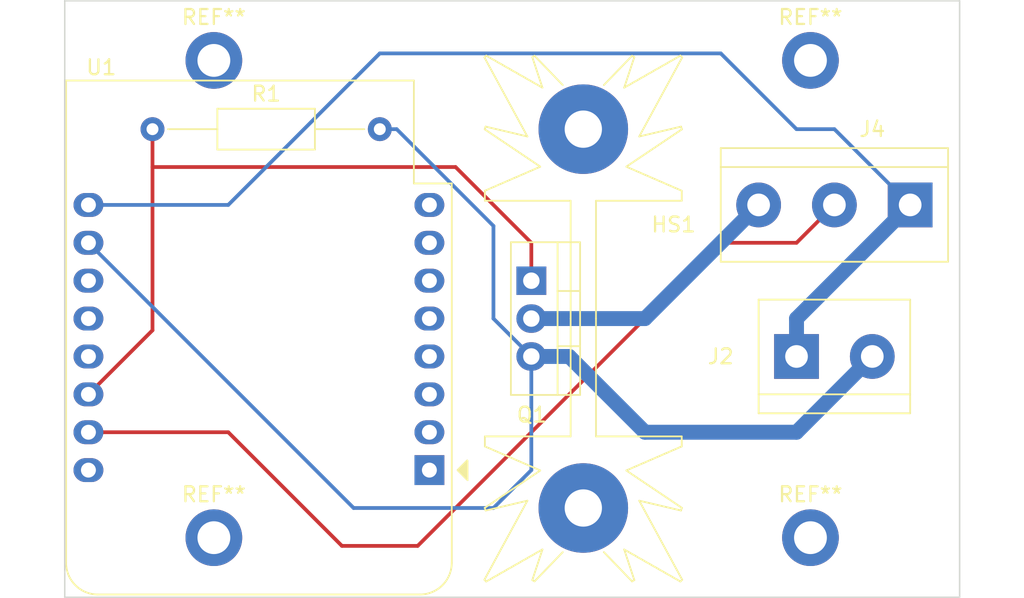
<source format=kicad_pcb>
(kicad_pcb (version 20221018) (generator pcbnew)
  (layers (0 "F.Cu" signal) (31 "B.Cu" signal) (34 "B.Paste" user) (35 "F.Paste" user) (36 "B.SilkS" user "B.Silkscreen") (37 "F.SilkS" user "F.Silkscreen") (38 "B.Mask" user) (39 "F.Mask" user) (44 "Edge.Cuts" user))
  (net 0 "")
  (net 1 "GND")
  (net 2 "+5V")
  (net 3 "Net-(Q1-G)")
  (net 15 "Net-(J4-Pin_2)")
  (net 16 "Net-(J4-Pin_3)")
  (footprint "MountingHole:MountingHole_2.2mm_M2_DIN965_Pad" (layer "F.Cu") (at 100 82)
    (fp_text reference "REF**" (at 0 -2.9) (layer "F.SilkS"))
    (fp_text value "MountingHole_2.2mm_M2_DIN965_Pad")
    (pad "1" thru_hole circle locked (at 0 0) (size 3.8 3.8) (drill 2.2) (layers "*.Cu" "*.Mask"))
  )
  (footprint "MountingHole:MountingHole_2.2mm_M2_DIN965_Pad" (layer "F.Cu") (at 100 50)
    (fp_text reference "REF**" (at 0 -2.9) (layer "F.SilkS"))
    (fp_text value "MountingHole_2.2mm_M2_DIN965_Pad")
    (pad "1" thru_hole circle locked (at 0 0) (size 3.8 3.8) (drill 2.2) (layers "*.Cu" "*.Mask"))
  )
  (footprint "TerminalBlock:TerminalBlock_bornier-3_P5.08mm" (layer "F.Cu") (at 146.685 59.69 180)
    (fp_text reference "J4" (at 2.54 5.08) (layer "F.SilkS"))
    (fp_text value "Screw_Terminal_01x03")
    (fp_line (start -2.54 -3.81) (end 12.7 -3.81) (stroke (width 0.12)) (layer "F.SilkS"))
    (fp_line (start -2.54 2.54) (end 12.7 2.54) (stroke (width 0.12)) (layer "F.SilkS"))
    (fp_line (start -2.54 3.81) (end -2.54 -3.81) (stroke (width 0.12)) (layer "F.SilkS"))
    (fp_line (start -2.54 3.81) (end 12.7 3.81) (stroke (width 0.12)) (layer "F.SilkS"))
    (fp_line (start 12.7 3.81) (end 12.7 -3.81) (stroke (width 0.12)) (layer "F.SilkS"))
    (pad "1" thru_hole rect (at 0 0 180) (size 3 3) (drill 1.52) (layers "*.Cu" "*.Mask") (net 2 "+5V"))
    (pad "2" thru_hole circle (at 5.08 0 180) (size 3 3) (drill 1.52) (layers "*.Cu" "*.Mask") (net 15 "Net-(J4-Pin_2)"))
    (pad "3" thru_hole circle (at 10.16 0 180) (size 3 3) (drill 1.52) (layers "*.Cu" "*.Mask") (net 16 "Net-(J4-Pin_3)"))
  )
  (footprint "Resistor_THT:R_Axial_DIN0207_L6.3mm_D2.5mm_P15.24mm_Horizontal" (layer "F.Cu") (at 95.885 54.61)
    (fp_text reference "R1" (at 7.62 -2.37) (layer "F.SilkS"))
    (fp_text value "10KΩ")
    (fp_line (start 1.04 0) (end 4.35 0) (stroke (width 0.12)) (layer "F.SilkS"))
    (fp_line (start 4.35 -1.37) (end 4.35 1.37) (stroke (width 0.12)) (layer "F.SilkS"))
    (fp_line (start 4.35 1.37) (end 10.89 1.37) (stroke (width 0.12)) (layer "F.SilkS"))
    (fp_line (start 10.89 -1.37) (end 4.35 -1.37) (stroke (width 0.12)) (layer "F.SilkS"))
    (fp_line (start 10.89 1.37) (end 10.89 -1.37) (stroke (width 0.12)) (layer "F.SilkS"))
    (fp_line (start 14.2 0) (end 10.89 0) (stroke (width 0.12)) (layer "F.SilkS"))
    (pad "1" thru_hole circle (at 0 0) (size 1.6 1.6) (drill 0.8) (layers "*.Cu" "*.Mask") (net 3 "Net-(Q1-G)"))
    (pad "2" thru_hole oval (at 15.24 0) (size 1.6 1.6) (drill 0.8) (layers "*.Cu" "*.Mask") (net 1 "GND"))
  )
  (footprint "MountingHole:MountingHole_2.2mm_M2_DIN965_Pad" (layer "F.Cu") (at 140 50)
    (fp_text reference "REF**" (at 0 -2.9) (layer "F.SilkS"))
    (fp_text value "MountingHole_2.2mm_M2_DIN965_Pad")
    (pad "1" thru_hole circle locked (at 0 0) (size 3.8 3.8) (drill 2.2) (layers "*.Cu" "*.Mask"))
  )
  (footprint "Heatsink:Heatsink_Fischer_SK104-STC-STIC_35x13mm_2xDrill2.5mm" (layer "F.Cu") (at 124.77 67.31 -90)
    (fp_text reference "HS1" (at -6.3 -6.05) (layer "F.SilkS"))
    (fp_text value "Heatsink")
    (fp_line (start -17.63 -6.51) (end -15.48 -2.74) (stroke (width 0.12)) (layer "F.SilkS"))
    (fp_line (start -17.63 6.51) (end -15.48 2.74) (stroke (width 0.12)) (layer "F.SilkS"))
    (fp_line (start -17.62 -3.27) (end -15.66 -1.38) (stroke (width 0.12)) (layer "F.SilkS"))
    (fp_line (start -17.62 3.27) (end -15.66 1.38) (stroke (width 0.12)) (layer "F.SilkS"))
    (fp_line (start -17.53 -3.42) (end -17.62 -3.27) (stroke (width 0.12)) (layer "F.SilkS"))
    (fp_line (start -17.53 3.42) (end -17.62 3.27) (stroke (width 0.12)) (layer "F.SilkS"))
    (fp_line (start -17.51 -6.63) (end -17.63 -6.51) (stroke (width 0.12)) (layer "F.SilkS"))
    (fp_line (start -17.51 6.63) (end -17.63 6.51) (stroke (width 0.12)) (layer "F.SilkS"))
    (fp_line (start -15.48 -2.74) (end -17.53 -3.42) (stroke (width 0.12)) (layer "F.SilkS"))
    (fp_line (start -15.48 2.74) (end -17.53 3.42) (stroke (width 0.12)) (layer "F.SilkS"))
    (fp_line (start -12.87 -6.55) (end -12.21 -3.75) (stroke (width 0.12)) (layer "F.SilkS"))
    (fp_line (start -12.87 6.55) (end -12.21 3.75) (stroke (width 0.12)) (layer "F.SilkS"))
    (fp_line (start -12.69 -6.61) (end -12.87 -6.55) (stroke (width 0.12)) (layer "F.SilkS"))
    (fp_line (start -12.69 6.61) (end -12.87 6.55) (stroke (width 0.12)) (layer "F.SilkS"))
    (fp_line (start -12.21 -3.75) (end -17.51 -6.63) (stroke (width 0.12)) (layer "F.SilkS"))
    (fp_line (start -12.21 3.75) (end -17.51 6.63) (stroke (width 0.12)) (layer "F.SilkS"))
    (fp_line (start -10.19 -2.89) (end -12.69 -6.61) (stroke (width 0.12)) (layer "F.SilkS"))
    (fp_line (start -10.19 2.89) (end -12.69 6.61) (stroke (width 0.12)) (layer "F.SilkS"))
    (fp_line (start -8.57 -6.6) (end -10.18 -2.89) (stroke (width 0.12)) (layer "F.SilkS"))
    (fp_line (start -8.57 6.6) (end -10.18 2.89) (stroke (width 0.12)) (layer "F.SilkS"))
    (fp_line (start -7.9 -6.6) (end -8.57 -6.6) (stroke (width 0.12)) (layer "F.SilkS"))
    (fp_line (start -7.9 -0.85) (end -7.9 -6.6) (stroke (width 0.12)) (layer "F.SilkS"))
    (fp_line (start -7.9 0.85) (end -7.9 6.6) (stroke (width 0.12)) (layer "F.SilkS"))
    (fp_line (start -7.9 6.6) (end -8.57 6.6) (stroke (width 0.12)) (layer "F.SilkS"))
    (fp_line (start 0 -0.85) (end -7.9 -0.85) (stroke (width 0.12)) (layer "F.SilkS"))
    (fp_line (start 0 -0.85) (end 7.9 -0.85) (stroke (width 0.12)) (layer "F.SilkS"))
    (fp_line (start 0 0.85) (end -7.9 0.85) (stroke (width 0.12)) (layer "F.SilkS"))
    (fp_line (start 0 0.85) (end 7.9 0.85) (stroke (width 0.12)) (layer "F.SilkS"))
    (fp_line (start 7.9 -6.6) (end 8.57 -6.6) (stroke (width 0.12)) (layer "F.SilkS"))
    (fp_line (start 7.9 -0.85) (end 7.9 -6.6) (stroke (width 0.12)) (layer "F.SilkS"))
    (fp_line (start 7.9 0.85) (end 7.9 6.6) (stroke (width 0.12)) (layer "F.SilkS"))
    (fp_line (start 7.9 6.6) (end 8.57 6.6) (stroke (width 0.12)) (layer "F.SilkS"))
    (fp_line (start 8.57 -6.6) (end 10.18 -2.89) (stroke (width 0.12)) (layer "F.SilkS"))
    (fp_line (start 8.57 6.6) (end 10.18 2.89) (stroke (width 0.12)) (layer "F.SilkS"))
    (fp_line (start 10.19 -2.89) (end 12.69 -6.61) (stroke (width 0.12)) (layer "F.SilkS"))
    (fp_line (start 10.19 2.89) (end 12.69 6.61) (stroke (width 0.12)) (layer "F.SilkS"))
    (fp_line (start 12.21 -3.75) (end 17.51 -6.63) (stroke (width 0.12)) (layer "F.SilkS"))
    (fp_line (start 12.21 3.75) (end 17.51 6.63) (stroke (width 0.12)) (layer "F.SilkS"))
    (fp_line (start 12.69 -6.61) (end 12.87 -6.55) (stroke (width 0.12)) (layer "F.SilkS"))
    (fp_line (start 12.69 6.61) (end 12.87 6.55) (stroke (width 0.12)) (layer "F.SilkS"))
    (fp_line (start 12.87 -6.55) (end 12.21 -3.75) (stroke (width 0.12)) (layer "F.SilkS"))
    (fp_line (start 12.87 6.55) (end 12.21 3.75) (stroke (width 0.12)) (layer "F.SilkS"))
    (fp_line (start 15.48 -2.74) (end 17.53 -3.42) (stroke (width 0.12)) (layer "F.SilkS"))
    (fp_line (start 15.48 2.74) (end 17.53 3.42) (stroke (width 0.12)) (layer "F.SilkS"))
    (fp_line (start 17.51 -6.63) (end 17.63 -6.51) (stroke (width 0.12)) (layer "F.SilkS"))
    (fp_line (start 17.51 6.63) (end 17.63 6.51) (stroke (width 0.12)) (layer "F.SilkS"))
    (fp_line (start 17.53 -3.42) (end 17.62 -3.27) (stroke (width 0.12)) (layer "F.SilkS"))
    (fp_line (start 17.53 3.42) (end 17.62 3.27) (stroke (width 0.12)) (layer "F.SilkS"))
    (fp_line (start 17.62 -3.27) (end 15.66 -1.38) (stroke (width 0.12)) (layer "F.SilkS"))
    (fp_line (start 17.62 3.27) (end 15.66 1.38) (stroke (width 0.12)) (layer "F.SilkS"))
    (fp_line (start 17.63 -6.51) (end 15.48 -2.74) (stroke (width 0.12)) (layer "F.SilkS"))
    (fp_line (start 17.63 6.51) (end 15.48 2.74) (stroke (width 0.12)) (layer "F.SilkS"))
    (pad "1" thru_hole circle (at -12.7 0 90) (size 6 6) (drill 2.5) (layers "*.Cu" "*.Mask"))
    (pad "1" thru_hole circle (at 12.7 0 270) (size 6 6) (drill 2.5) (layers "*.Cu" "*.Mask"))
  )
  (footprint "Module:WEMOS_D1_mini_light" (layer "F.Cu") (at 114.45 77.47 180)
    (fp_text reference "U1" (at 22 27) (layer "F.SilkS"))
    (fp_text value "WeMos_D1_mini")
    (fp_line (start -1.5 19.22) (end -1.5 -6.21) (stroke (width 0.12)) (layer "F.SilkS"))
    (fp_line (start -1.5 19.22) (end 1.04 19.22) (stroke (width 0.12)) (layer "F.SilkS"))
    (fp_line (start 1.04 19.22) (end 1.04 26.12) (stroke (width 0.12)) (layer "F.SilkS"))
    (fp_line (start 1.04 26.12) (end 24.36 26.12) (stroke (width 0.12)) (layer "F.SilkS"))
    (fp_line (start 22.24 -8.34) (end 0.63 -8.34) (stroke (width 0.12)) (layer "F.SilkS"))
    (fp_line (start 24.36 26.12) (end 24.36 -6.21) (stroke (width 0.12)) (layer "F.SilkS"))
    (fp_arc (start -1.5 -6.21) (mid -0.876137 -7.716137) (end 0.63 -8.34) (stroke (width 0.12)) (layer "F.SilkS"))
    (fp_arc (start 22.23 -8.34) (mid 23.736137 -7.716137) (end 24.36 -6.21) (stroke (width 0.12)) (layer "F.SilkS"))
    (fp_poly (pts (xy -2.54 -0.635) (xy -2.54 0.635) (xy -1.905 0)) (stroke (width 0.15)) (fill solid) (layer "F.SilkS"))
    (pad "1" thru_hole rect (at 0 0 180) (size 2 2) (drill 1) (layers "*.Cu" "*.Mask"))
    (pad "2" thru_hole oval (at 0 2.54 180) (size 2 1.6) (drill 1) (layers "*.Cu" "*.Mask"))
    (pad "3" thru_hole oval (at 0 5.08 180) (size 2 1.6) (drill 1) (layers "*.Cu" "*.Mask"))
    (pad "4" thru_hole oval (at 0 7.62 180) (size 2 1.6) (drill 1) (layers "*.Cu" "*.Mask"))
    (pad "5" thru_hole oval (at 0 10.16 180) (size 2 1.6) (drill 1) (layers "*.Cu" "*.Mask"))
    (pad "6" thru_hole oval (at 0 12.7 180) (size 2 1.6) (drill 1) (layers "*.Cu" "*.Mask"))
    (pad "7" thru_hole oval (at 0 15.24 180) (size 2 1.6) (drill 1) (layers "*.Cu" "*.Mask"))
    (pad "8" thru_hole oval (at 0 17.78 180) (size 2 1.6) (drill 1) (layers "*.Cu" "*.Mask"))
    (pad "9" thru_hole oval (at 22.86 17.78 180) (size 2 1.6) (drill 1) (layers "*.Cu" "*.Mask") (net 2 "+5V"))
    (pad "10" thru_hole oval (at 22.86 15.24 180) (size 2 1.6) (drill 1) (layers "*.Cu" "*.Mask") (net 1 "GND"))
    (pad "11" thru_hole oval (at 22.86 12.7 180) (size 2 1.6) (drill 1) (layers "*.Cu" "*.Mask"))
    (pad "12" thru_hole oval (at 22.86 10.16 180) (size 2 1.6) (drill 1) (layers "*.Cu" "*.Mask"))
    (pad "13" thru_hole oval (at 22.86 7.62 180) (size 2 1.6) (drill 1) (layers "*.Cu" "*.Mask"))
    (pad "14" thru_hole oval (at 22.86 5.08 180) (size 2 1.6) (drill 1) (layers "*.Cu" "*.Mask") (net 3 "Net-(Q1-G)"))
    (pad "15" thru_hole oval (at 22.86 2.54 180) (size 2 1.6) (drill 1) (layers "*.Cu" "*.Mask") (net 15 "Net-(J4-Pin_2)"))
    (pad "16" thru_hole oval (at 22.86 0 180) (size 2 1.6) (drill 1) (layers "*.Cu" "*.Mask"))
  )
  (footprint "Package_TO_SOT_THT:TO-220-3_Vertical" (layer "F.Cu") (at 121.285 64.77 -90)
    (fp_text reference "Q1" (at 8.99 -0.035 180) (layer "F.SilkS"))
    (fp_text value "IRLZ44N")
    (fp_line (start -2.58 -3.27) (end -2.58 1.371) (stroke (width 0.12)) (layer "F.SilkS"))
    (fp_line (start -2.58 -3.27) (end 7.66 -3.27) (stroke (width 0.12)) (layer "F.SilkS"))
    (fp_line (start -2.58 -1.76) (end 7.66 -1.76) (stroke (width 0.12)) (layer "F.SilkS"))
    (fp_line (start -2.58 1.371) (end 7.66 1.371) (stroke (width 0.12)) (layer "F.SilkS"))
    (fp_line (start 0.69 -3.27) (end 0.69 -1.76) (stroke (width 0.12)) (layer "F.SilkS"))
    (fp_line (start 4.391 -3.27) (end 4.391 -1.76) (stroke (width 0.12)) (layer "F.SilkS"))
    (fp_line (start 7.66 -3.27) (end 7.66 1.371) (stroke (width 0.12)) (layer "F.SilkS"))
    (pad "1" thru_hole rect (at 0 0 270) (size 1.905 2) (drill 1.1) (layers "*.Cu" "*.Mask") (net 3 "Net-(Q1-G)"))
    (pad "2" thru_hole oval (at 2.54 0 270) (size 1.905 2) (drill 1.1) (layers "*.Cu" "*.Mask") (net 16 "Net-(J4-Pin_3)"))
    (pad "3" thru_hole oval (at 5.08 0 270) (size 1.905 2) (drill 1.1) (layers "*.Cu" "*.Mask") (net 1 "GND"))
  )
  (footprint "TerminalBlock:TerminalBlock_bornier-2_P5.08mm" (layer "F.Cu") (at 139.065 69.85)
    (fp_text reference "J2" (at -5.08 0) (layer "F.SilkS"))
    (fp_text value "Screw_Terminal_01x02")
    (fp_line (start -2.54 -3.81) (end -2.54 3.81) (stroke (width 0.12)) (layer "F.SilkS"))
    (fp_line (start -2.54 3.81) (end 7.62 3.81) (stroke (width 0.12)) (layer "F.SilkS"))
    (fp_line (start 7.62 -3.81) (end -2.54 -3.81) (stroke (width 0.12)) (layer "F.SilkS"))
    (fp_line (start 7.62 2.54) (end -2.54 2.54) (stroke (width 0.12)) (layer "F.SilkS"))
    (fp_line (start 7.62 3.81) (end 7.62 -3.81) (stroke (width 0.12)) (layer "F.SilkS"))
    (pad "1" thru_hole rect (at 0 0) (size 3 3) (drill 1.52) (layers "*.Cu" "*.Mask") (net 2 "+5V"))
    (pad "2" thru_hole circle (at 5.08 0) (size 3 3) (drill 1.52) (layers "*.Cu" "*.Mask") (net 1 "GND"))
  )
  (footprint "MountingHole:MountingHole_2.2mm_M2_DIN965_Pad" (layer "F.Cu") (at 140 82)
    (fp_text reference "REF**" (at 0 -2.9) (layer "F.SilkS"))
    (fp_text value "MountingHole_2.2mm_M2_DIN965_Pad")
    (pad "1" thru_hole circle locked (at 0 0) (size 3.8 3.8) (drill 2.2) (layers "*.Cu" "*.Mask"))
  )
  (gr_rect locked (start 90 46) (end 150 86) (stroke (width 0.1)) (fill none) (layer "Edge.Cuts"))
  (segment (start 111.125 54.61) (end 112.25637 54.61) (width 0.25) (layer "B.Cu") (net 1))
  (segment (start 118.745 67.31) (end 121.285 69.85) (width 0.25) (layer "B.Cu") (net 1))
  (segment (start 128.905 74.93) (end 123.825 69.85) (width 1) (layer "B.Cu") (net 1))
  (segment (start 139.065 74.93) (end 128.905 74.93) (width 1) (layer "B.Cu") (net 1))
  (segment (start 118.745 80.01) (end 109.37 80.01) (width 0.25) (layer "B.Cu") (net 1))
  (segment (start 109.37 80.01) (end 91.59 62.23) (width 0.25) (layer "B.Cu") (net 1))
  (segment (start 121.285 77.47) (end 118.745 80.01) (width 0.25) (layer "B.Cu") (net 1))
  (segment (start 112.25637 54.61) (end 118.745 61.09863) (width 0.25) (layer "B.Cu") (net 1))
  (segment (start 123.825 69.85) (end 121.285 69.85) (width 1) (layer "B.Cu") (net 1))
  (segment (start 144.145 69.85) (end 139.065 74.93) (width 1) (layer "B.Cu") (net 1))
  (segment (start 118.745 61.09863) (end 118.745 67.31) (width 0.25) (layer "B.Cu") (net 1))
  (segment (start 121.285 69.85) (end 121.285 77.47) (width 0.25) (layer "B.Cu") (net 1))
  (segment (start 146.685 59.69) (end 139.065 67.31) (width 1) (layer "B.Cu") (net 2))
  (segment (start 100.965 59.69) (end 111.125 49.53) (width 0.25) (layer "B.Cu") (net 2))
  (segment (start 141.605 54.61) (end 146.685 59.69) (width 0.25) (layer "B.Cu") (net 2))
  (segment (start 111.125 49.53) (end 133.985 49.53) (width 0.25) (layer "B.Cu") (net 2))
  (segment (start 91.59 59.69) (end 100.965 59.69) (width 0.25) (layer "B.Cu") (net 2))
  (segment (start 139.065 54.61) (end 141.605 54.61) (width 0.25) (layer "B.Cu") (net 2))
  (segment (start 133.985 49.53) (end 139.065 54.61) (width 0.25) (layer "B.Cu") (net 2))
  (segment (start 139.065 67.31) (end 139.065 69.85) (width 1) (layer "B.Cu") (net 2))
  (segment (start 95.885 68.095) (end 95.885 54.61) (width 0.25) (layer "F.Cu") (net 3))
  (segment (start 121.285 64.77) (end 121.285 62.23) (width 0.25) (layer "F.Cu") (net 3))
  (segment (start 91.59 72.39) (end 95.885 68.095) (width 0.25) (layer "F.Cu") (net 3))
  (segment (start 121.285 62.23) (end 116.205 57.15) (width 0.25) (layer "F.Cu") (net 3))
  (segment (start 116.205 57.15) (end 95.885 57.15) (width 0.25) (layer "F.Cu") (net 3))
  (segment (start 108.585 82.55) (end 113.665 82.55) (width 0.25) (layer "F.Cu") (net 15))
  (segment (start 113.665 82.55) (end 133.985 62.23) (width 0.25) (layer "F.Cu") (net 15))
  (segment (start 91.59 74.93) (end 100.965 74.93) (width 0.25) (layer "F.Cu") (net 15))
  (segment (start 100.965 74.93) (end 108.585 82.55) (width 0.25) (layer "F.Cu") (net 15))
  (segment (start 139.065 62.23) (end 141.605 59.69) (width 0.25) (layer "F.Cu") (net 15))
  (segment (start 133.985 62.23) (end 139.065 62.23) (width 0.25) (layer "F.Cu") (net 15))
  (segment (start 121.285 67.31) (end 128.905 67.31) (width 1) (layer "B.Cu") (net 16))
  (segment (start 128.905 67.31) (end 136.525 59.69) (width 1) (layer "B.Cu") (net 16))
)
</source>
